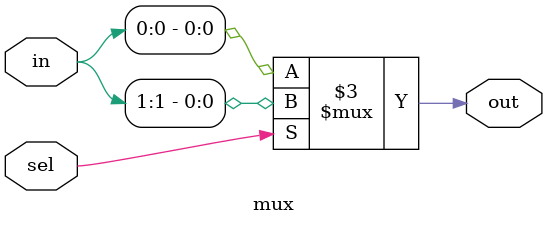
<source format=v>
`timescale 1ns / 1ps
module mux(
    input [1:0] in,
    input sel,
    output reg out
    );

	always @(*) begin
		if (sel)
			out = in[1];
		else
			out = in[0];
	end
endmodule

</source>
